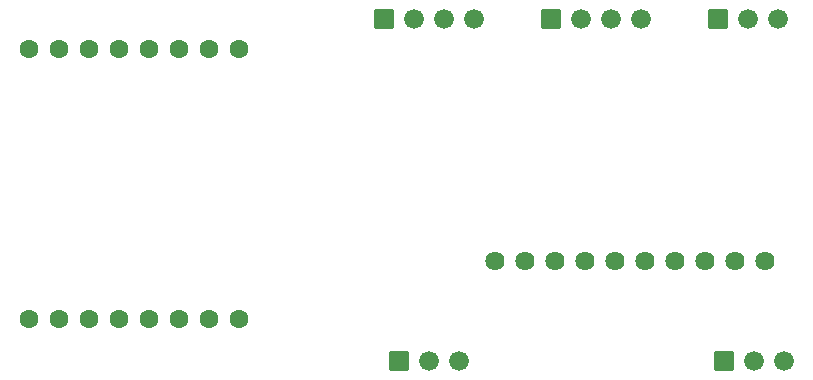
<source format=gbs>
G04 Layer: BottomSolderMaskLayer*
G04 EasyEDA v6.5.38, 2023-12-02 23:49:31*
G04 f3335789055e47b3961c9cef71cec245,07f4848b7c094117bb63b494a1dfdd33,10*
G04 Gerber Generator version 0.2*
G04 Scale: 100 percent, Rotated: No, Reflected: No *
G04 Dimensions in millimeters *
G04 leading zeros omitted , absolute positions ,4 integer and 5 decimal *
%FSLAX45Y45*%
%MOMM*%

%AMMACRO1*1,1,$1,$2,$3*1,1,$1,$4,$5*1,1,$1,0-$2,0-$3*1,1,$1,0-$4,0-$5*20,1,$1,$2,$3,$4,$5,0*20,1,$1,$4,$5,0-$2,0-$3,0*20,1,$1,0-$2,0-$3,0-$4,0-$5,0*20,1,$1,0-$4,0-$5,$2,$3,0*4,1,4,$2,$3,$4,$5,0-$2,0-$3,0-$4,0-$5,$2,$3,0*%
%ADD10C,1.6080*%
%ADD11MACRO1,0.1016X-0.7874X0.7874X0.7874X0.7874*%
%ADD12C,1.6764*%
%ADD13C,1.6256*%

%LPD*%
D10*
G01*
X2488996Y3056991D03*
G01*
X2488996Y5342991D03*
G01*
X710996Y3056991D03*
G01*
X964996Y3056991D03*
G01*
X1218996Y3056991D03*
G01*
X1472996Y3056991D03*
G01*
X1726996Y3056991D03*
G01*
X1980996Y3056991D03*
G01*
X2234996Y3056991D03*
G01*
X710996Y5342991D03*
G01*
X964996Y5342991D03*
G01*
X1218996Y5342991D03*
G01*
X1472996Y5342991D03*
G01*
X1726996Y5342991D03*
G01*
X1980996Y5342991D03*
G01*
X2234996Y5342991D03*
D11*
G01*
X6595986Y2699994D03*
D12*
G01*
X6849999Y2699994D03*
G01*
X7103999Y2699994D03*
D11*
G01*
X3845991Y2699994D03*
D12*
G01*
X4099991Y2699994D03*
G01*
X4353991Y2699994D03*
D11*
G01*
X6545986Y5599988D03*
D12*
G01*
X6799986Y5599988D03*
G01*
X7053986Y5599988D03*
D11*
G01*
X3718991Y5599988D03*
D12*
G01*
X3972991Y5599988D03*
G01*
X4226991Y5599988D03*
G01*
X4480991Y5599988D03*
D11*
G01*
X5132481Y5599988D03*
D12*
G01*
X5386476Y5599988D03*
G01*
X5640476Y5599988D03*
G01*
X5894476Y5599988D03*
D13*
G01*
X4656988Y3549980D03*
G01*
X4910988Y3549980D03*
G01*
X5164988Y3549980D03*
G01*
X5418988Y3549980D03*
G01*
X5672988Y3549980D03*
G01*
X5926988Y3549980D03*
G01*
X6180988Y3549980D03*
G01*
X6434988Y3549980D03*
G01*
X6688988Y3549980D03*
G01*
X6942988Y3549980D03*
M02*

</source>
